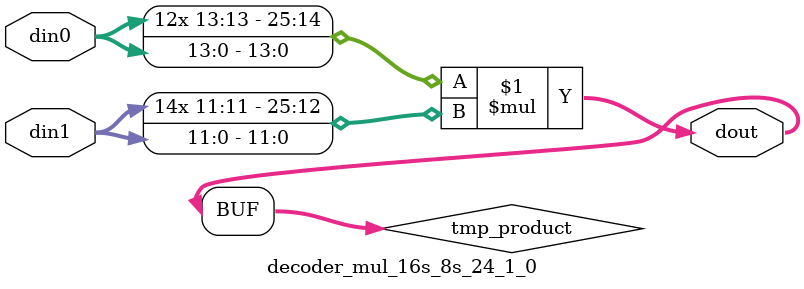
<source format=v>

`timescale 1 ns / 1 ps

 module decoder_mul_16s_8s_24_1_0(din0, din1, dout);
parameter ID = 1;
parameter NUM_STAGE = 0;
parameter din0_WIDTH = 14;
parameter din1_WIDTH = 12;
parameter dout_WIDTH = 26;

input [din0_WIDTH - 1 : 0] din0; 
input [din1_WIDTH - 1 : 0] din1; 
output [dout_WIDTH - 1 : 0] dout;

wire signed [dout_WIDTH - 1 : 0] tmp_product;



























assign tmp_product = $signed(din0) * $signed(din1);








assign dout = tmp_product;





















endmodule

</source>
